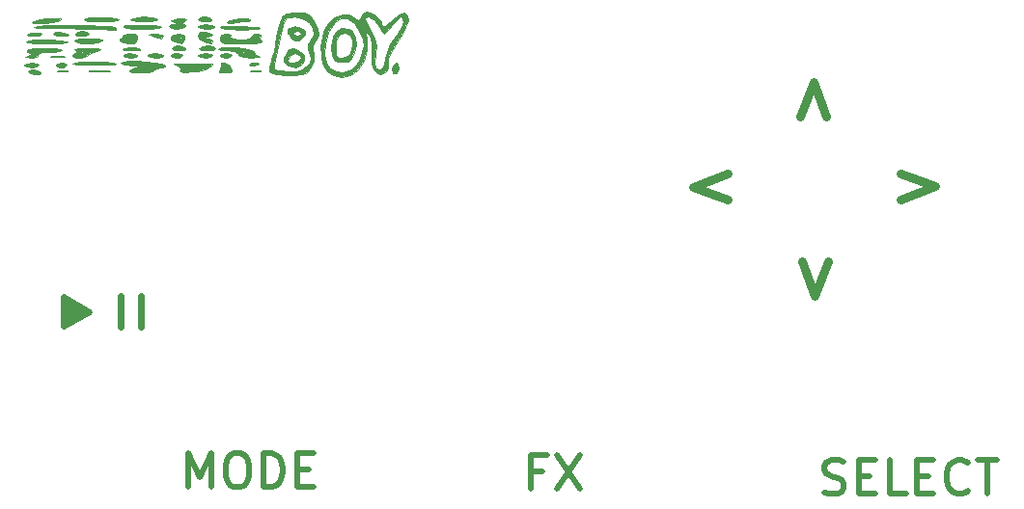
<source format=gbr>
%TF.GenerationSoftware,KiCad,Pcbnew,6.0.7*%
%TF.CreationDate,2022-12-24T13:09:46+13:00*%
%TF.ProjectId,default_panel,64656661-756c-4745-9f70-616e656c2e6b,rev?*%
%TF.SameCoordinates,Original*%
%TF.FileFunction,Legend,Top*%
%TF.FilePolarity,Positive*%
%FSLAX46Y46*%
G04 Gerber Fmt 4.6, Leading zero omitted, Abs format (unit mm)*
G04 Created by KiCad (PCBNEW 6.0.7) date 2022-12-24 13:09:46*
%MOMM*%
%LPD*%
G01*
G04 APERTURE LIST*
%ADD10C,0.600000*%
%ADD11C,0.800000*%
%ADD12C,0.500000*%
%ADD13C,0.010000*%
G04 APERTURE END LIST*
D10*
X94750000Y-126250000D02*
X94750000Y-128950000D01*
X92950000Y-126250000D02*
X92950000Y-128950000D01*
D11*
X161376190Y-115492857D02*
X164423809Y-116635714D01*
X161376190Y-117778571D01*
D12*
X88050000Y-126521428D02*
X88050000Y-128807142D01*
X88192857Y-126664285D02*
X88192857Y-128664285D01*
X88335714Y-126664285D02*
X88335714Y-128664285D01*
X88478571Y-126807142D02*
X88478571Y-128521428D01*
X88621428Y-126807142D02*
X88621428Y-128521428D01*
X88764285Y-126950000D02*
X88764285Y-128378571D01*
X88907142Y-126950000D02*
X88907142Y-128378571D01*
X89050000Y-127092857D02*
X89050000Y-128235714D01*
X89192857Y-127235714D02*
X89192857Y-128092857D01*
X89335714Y-127235714D02*
X89335714Y-128092857D01*
X89478571Y-127378571D02*
X89478571Y-127950000D01*
X89621428Y-127378571D02*
X89621428Y-127950000D01*
X89764285Y-127664285D02*
X89907142Y-127664285D01*
X89764285Y-127521428D02*
X89764285Y-127807142D01*
X87907142Y-126521428D02*
X90050000Y-127664285D01*
X87907142Y-128807142D01*
X90192857Y-127664285D02*
X87907142Y-128950000D01*
X87907142Y-126378571D01*
X90192857Y-127664285D01*
X98871428Y-143057142D02*
X98871428Y-140057142D01*
X99871428Y-142200000D01*
X100871428Y-140057142D01*
X100871428Y-143057142D01*
X102871428Y-140057142D02*
X103442857Y-140057142D01*
X103728571Y-140200000D01*
X104014285Y-140485714D01*
X104157142Y-141057142D01*
X104157142Y-142057142D01*
X104014285Y-142628571D01*
X103728571Y-142914285D01*
X103442857Y-143057142D01*
X102871428Y-143057142D01*
X102585714Y-142914285D01*
X102300000Y-142628571D01*
X102157142Y-142057142D01*
X102157142Y-141057142D01*
X102300000Y-140485714D01*
X102585714Y-140200000D01*
X102871428Y-140057142D01*
X105442857Y-143057142D02*
X105442857Y-140057142D01*
X106157142Y-140057142D01*
X106585714Y-140200000D01*
X106871428Y-140485714D01*
X107014285Y-140771428D01*
X107157142Y-141342857D01*
X107157142Y-141771428D01*
X107014285Y-142342857D01*
X106871428Y-142628571D01*
X106585714Y-142914285D01*
X106157142Y-143057142D01*
X105442857Y-143057142D01*
X108442857Y-141485714D02*
X109442857Y-141485714D01*
X109871428Y-143057142D02*
X108442857Y-143057142D01*
X108442857Y-140057142D01*
X109871428Y-140057142D01*
D11*
X152542857Y-110473809D02*
X153685714Y-107426190D01*
X154828571Y-110473809D01*
D12*
X154671428Y-143514285D02*
X155100000Y-143657142D01*
X155814285Y-143657142D01*
X156100000Y-143514285D01*
X156242857Y-143371428D01*
X156385714Y-143085714D01*
X156385714Y-142800000D01*
X156242857Y-142514285D01*
X156100000Y-142371428D01*
X155814285Y-142228571D01*
X155242857Y-142085714D01*
X154957142Y-141942857D01*
X154814285Y-141800000D01*
X154671428Y-141514285D01*
X154671428Y-141228571D01*
X154814285Y-140942857D01*
X154957142Y-140800000D01*
X155242857Y-140657142D01*
X155957142Y-140657142D01*
X156385714Y-140800000D01*
X157671428Y-142085714D02*
X158671428Y-142085714D01*
X159100000Y-143657142D02*
X157671428Y-143657142D01*
X157671428Y-140657142D01*
X159100000Y-140657142D01*
X161814285Y-143657142D02*
X160385714Y-143657142D01*
X160385714Y-140657142D01*
X162814285Y-142085714D02*
X163814285Y-142085714D01*
X164242857Y-143657142D02*
X162814285Y-143657142D01*
X162814285Y-140657142D01*
X164242857Y-140657142D01*
X167242857Y-143371428D02*
X167100000Y-143514285D01*
X166671428Y-143657142D01*
X166385714Y-143657142D01*
X165957142Y-143514285D01*
X165671428Y-143228571D01*
X165528571Y-142942857D01*
X165385714Y-142371428D01*
X165385714Y-141942857D01*
X165528571Y-141371428D01*
X165671428Y-141085714D01*
X165957142Y-140800000D01*
X166385714Y-140657142D01*
X166671428Y-140657142D01*
X167100000Y-140800000D01*
X167242857Y-140942857D01*
X168100000Y-140657142D02*
X169814285Y-140657142D01*
X168957142Y-143657142D02*
X168957142Y-140657142D01*
X129950000Y-141635714D02*
X128950000Y-141635714D01*
X128950000Y-143207142D02*
X128950000Y-140207142D01*
X130378571Y-140207142D01*
X131235714Y-140207142D02*
X133235714Y-143207142D01*
X133235714Y-140207142D02*
X131235714Y-143207142D01*
D11*
X154957142Y-123226190D02*
X153814285Y-126273809D01*
X152671428Y-123226190D01*
X146223809Y-117807142D02*
X143176190Y-116664285D01*
X146223809Y-115521428D01*
%TO.C,G\u002A\u002A\u002A*%
G36*
X96399663Y-104988580D02*
G01*
X96664167Y-105135000D01*
X96574742Y-105279030D01*
X96143525Y-105345104D01*
X96041659Y-105346666D01*
X95547051Y-105294322D01*
X95296109Y-105165346D01*
X95288334Y-105135000D01*
X95471975Y-104985245D01*
X95910842Y-104923333D01*
X96399663Y-104988580D01*
G37*
D13*
X96399663Y-104988580D02*
X96664167Y-105135000D01*
X96574742Y-105279030D01*
X96143525Y-105345104D01*
X96041659Y-105346666D01*
X95547051Y-105294322D01*
X95296109Y-105165346D01*
X95288334Y-105135000D01*
X95471975Y-104985245D01*
X95910842Y-104923333D01*
X96399663Y-104988580D01*
G36*
X94343008Y-105639078D02*
G01*
X95120565Y-105686909D01*
X95870078Y-105765199D01*
X96479753Y-105866685D01*
X96837798Y-105984100D01*
X96865250Y-106004794D01*
X96850312Y-106143532D01*
X96494833Y-106193333D01*
X96077229Y-106260872D01*
X95923334Y-106405000D01*
X95731588Y-106519141D01*
X95235390Y-106595991D01*
X94716833Y-106616666D01*
X94050913Y-106587361D01*
X93717748Y-106506157D01*
X93711417Y-106422923D01*
X94063437Y-106237489D01*
X94441667Y-106134248D01*
X94574182Y-106075944D01*
X94327144Y-106029488D01*
X93965417Y-106010491D01*
X93365555Y-105949359D01*
X93009278Y-105825706D01*
X92960000Y-105750998D01*
X93150932Y-105663858D01*
X93649199Y-105628972D01*
X94343008Y-105639078D01*
G37*
X94343008Y-105639078D02*
X95120565Y-105686909D01*
X95870078Y-105765199D01*
X96479753Y-105866685D01*
X96837798Y-105984100D01*
X96865250Y-106004794D01*
X96850312Y-106143532D01*
X96494833Y-106193333D01*
X96077229Y-106260872D01*
X95923334Y-106405000D01*
X95731588Y-106519141D01*
X95235390Y-106595991D01*
X94716833Y-106616666D01*
X94050913Y-106587361D01*
X93717748Y-106506157D01*
X93711417Y-106422923D01*
X94063437Y-106237489D01*
X94441667Y-106134248D01*
X94574182Y-106075944D01*
X94327144Y-106029488D01*
X93965417Y-106010491D01*
X93365555Y-105949359D01*
X93009278Y-105825706D01*
X92960000Y-105750998D01*
X93150932Y-105663858D01*
X93649199Y-105628972D01*
X94343008Y-105639078D01*
G36*
X97747514Y-105933076D02*
G01*
X97686218Y-105923212D01*
X97627313Y-105885243D01*
X97933092Y-105852254D01*
X98544904Y-105828294D01*
X99204167Y-105818424D01*
X100050848Y-105823103D01*
X100672571Y-105847549D01*
X100996840Y-105887497D01*
X101003334Y-105924282D01*
X100634447Y-106158052D01*
X100546565Y-106258958D01*
X100273674Y-106392676D01*
X99716755Y-106512327D01*
X99220121Y-106571223D01*
X98547997Y-106611136D01*
X98212549Y-106574977D01*
X98131135Y-106444841D01*
X98158941Y-106341334D01*
X98150778Y-106263888D01*
X98745556Y-106263888D01*
X98774611Y-106389724D01*
X98886667Y-106405000D01*
X99060892Y-106327554D01*
X99027778Y-106263888D01*
X98776579Y-106238556D01*
X98745556Y-106263888D01*
X98150778Y-106263888D01*
X98131069Y-106076908D01*
X97747514Y-105933076D01*
G37*
X97747514Y-105933076D02*
X97686218Y-105923212D01*
X97627313Y-105885243D01*
X97933092Y-105852254D01*
X98544904Y-105828294D01*
X99204167Y-105818424D01*
X100050848Y-105823103D01*
X100672571Y-105847549D01*
X100996840Y-105887497D01*
X101003334Y-105924282D01*
X100634447Y-106158052D01*
X100546565Y-106258958D01*
X100273674Y-106392676D01*
X99716755Y-106512327D01*
X99220121Y-106571223D01*
X98547997Y-106611136D01*
X98212549Y-106574977D01*
X98131135Y-106444841D01*
X98158941Y-106341334D01*
X98150778Y-106263888D01*
X98745556Y-106263888D01*
X98774611Y-106389724D01*
X98886667Y-106405000D01*
X99060892Y-106327554D01*
X99027778Y-106263888D01*
X98776579Y-106238556D01*
X98745556Y-106263888D01*
X98150778Y-106263888D01*
X98131069Y-106076908D01*
X97747514Y-105933076D01*
G36*
X90008967Y-103075658D02*
G01*
X90106675Y-103222738D01*
X90102500Y-103230000D01*
X89810732Y-103393847D01*
X89455008Y-103441666D01*
X89063237Y-103367617D01*
X88938334Y-103230000D01*
X89122546Y-103082493D01*
X89567594Y-103018416D01*
X89585825Y-103018333D01*
X90008967Y-103075658D01*
G37*
X90008967Y-103075658D02*
X90106675Y-103222738D01*
X90102500Y-103230000D01*
X89810732Y-103393847D01*
X89455008Y-103441666D01*
X89063237Y-103367617D01*
X88938334Y-103230000D01*
X89122546Y-103082493D01*
X89567594Y-103018416D01*
X89585825Y-103018333D01*
X90008967Y-103075658D01*
G36*
X102248871Y-104711678D02*
G01*
X102237643Y-104711666D01*
X101740961Y-104677932D01*
X101523459Y-104592699D01*
X101543084Y-104543934D01*
X101875054Y-104442980D01*
X102447928Y-104414239D01*
X103133957Y-104446149D01*
X103805396Y-104527142D01*
X104334498Y-104645653D01*
X104593515Y-104790118D01*
X104601667Y-104820839D01*
X104781554Y-105077953D01*
X105077917Y-105197286D01*
X105161151Y-105251611D01*
X104882217Y-105296888D01*
X104465563Y-105317841D01*
X103741822Y-105294482D01*
X103355514Y-105163648D01*
X103255123Y-105029166D01*
X102978194Y-104817500D01*
X103543334Y-104817500D01*
X103649167Y-104923333D01*
X103755000Y-104817500D01*
X103649167Y-104711666D01*
X103543334Y-104817500D01*
X102978194Y-104817500D01*
X102944217Y-104791531D01*
X102248871Y-104711678D01*
G37*
X102248871Y-104711678D02*
X102237643Y-104711666D01*
X101740961Y-104677932D01*
X101523459Y-104592699D01*
X101543084Y-104543934D01*
X101875054Y-104442980D01*
X102447928Y-104414239D01*
X103133957Y-104446149D01*
X103805396Y-104527142D01*
X104334498Y-104645653D01*
X104593515Y-104790118D01*
X104601667Y-104820839D01*
X104781554Y-105077953D01*
X105077917Y-105197286D01*
X105161151Y-105251611D01*
X104882217Y-105296888D01*
X104465563Y-105317841D01*
X103741822Y-105294482D01*
X103355514Y-105163648D01*
X103255123Y-105029166D01*
X102978194Y-104817500D01*
X103543334Y-104817500D01*
X103649167Y-104923333D01*
X103755000Y-104817500D01*
X103649167Y-104711666D01*
X103543334Y-104817500D01*
X102978194Y-104817500D01*
X102944217Y-104791531D01*
X102248871Y-104711678D01*
G36*
X105186218Y-106471234D02*
G01*
X105235697Y-106528449D01*
X104931732Y-106560553D01*
X104707500Y-106563287D01*
X104297590Y-106542447D01*
X104235400Y-106494640D01*
X104339551Y-106466963D01*
X104891077Y-106432884D01*
X105186218Y-106471234D01*
G37*
X105186218Y-106471234D02*
X105235697Y-106528449D01*
X104931732Y-106560553D01*
X104707500Y-106563287D01*
X104297590Y-106542447D01*
X104235400Y-106494640D01*
X104339551Y-106466963D01*
X104891077Y-106432884D01*
X105186218Y-106471234D01*
G36*
X107371657Y-105073478D02*
G01*
X107703981Y-104611720D01*
X108151309Y-104529214D01*
X108637249Y-104719113D01*
X108986889Y-105105698D01*
X108999496Y-105606673D01*
X108792667Y-105939333D01*
X108285322Y-106178166D01*
X107684534Y-106045247D01*
X107483971Y-105920144D01*
X107241451Y-105663733D01*
X107248328Y-105566904D01*
X107581922Y-105566904D01*
X107755726Y-105736073D01*
X108147084Y-105731142D01*
X108592075Y-105577834D01*
X108729167Y-105349565D01*
X108563761Y-105060300D01*
X108200947Y-104953997D01*
X107840831Y-105068035D01*
X107752355Y-105167090D01*
X107581922Y-105566904D01*
X107248328Y-105566904D01*
X107265023Y-105331865D01*
X107371657Y-105073478D01*
G37*
X107371657Y-105073478D02*
X107703981Y-104611720D01*
X108151309Y-104529214D01*
X108637249Y-104719113D01*
X108986889Y-105105698D01*
X108999496Y-105606673D01*
X108792667Y-105939333D01*
X108285322Y-106178166D01*
X107684534Y-106045247D01*
X107483971Y-105920144D01*
X107241451Y-105663733D01*
X107248328Y-105566904D01*
X107581922Y-105566904D01*
X107755726Y-105736073D01*
X108147084Y-105731142D01*
X108592075Y-105577834D01*
X108729167Y-105349565D01*
X108563761Y-105060300D01*
X108200947Y-104953997D01*
X107840831Y-105068035D01*
X107752355Y-105167090D01*
X107581922Y-105566904D01*
X107248328Y-105566904D01*
X107265023Y-105331865D01*
X107371657Y-105073478D01*
G36*
X87048044Y-104522159D02*
G01*
X87575315Y-104580875D01*
X87793385Y-104664508D01*
X87790573Y-104685121D01*
X87528495Y-104784937D01*
X86999544Y-104822040D01*
X86719747Y-104813601D01*
X86089901Y-104815609D01*
X85801764Y-104930992D01*
X85763334Y-105051813D01*
X85571044Y-105274783D01*
X85075417Y-105325567D01*
X84634752Y-105303164D01*
X84588239Y-105252357D01*
X84906749Y-105138178D01*
X84916667Y-105135000D01*
X85217756Y-105006135D01*
X85101154Y-104946161D01*
X85075417Y-104944432D01*
X84760758Y-104826179D01*
X84705000Y-104711666D01*
X84902113Y-104605234D01*
X85436258Y-104530976D01*
X86221649Y-104500243D01*
X86304992Y-104500000D01*
X87048044Y-104522159D01*
G37*
X87048044Y-104522159D02*
X87575315Y-104580875D01*
X87793385Y-104664508D01*
X87790573Y-104685121D01*
X87528495Y-104784937D01*
X86999544Y-104822040D01*
X86719747Y-104813601D01*
X86089901Y-104815609D01*
X85801764Y-104930992D01*
X85763334Y-105051813D01*
X85571044Y-105274783D01*
X85075417Y-105325567D01*
X84634752Y-105303164D01*
X84588239Y-105252357D01*
X84906749Y-105138178D01*
X84916667Y-105135000D01*
X85217756Y-105006135D01*
X85101154Y-104946161D01*
X85075417Y-104944432D01*
X84760758Y-104826179D01*
X84705000Y-104711666D01*
X84902113Y-104605234D01*
X85436258Y-104530976D01*
X86221649Y-104500243D01*
X86304992Y-104500000D01*
X87048044Y-104522159D01*
G36*
X86891676Y-103752351D02*
G01*
X87586641Y-103802134D01*
X88081619Y-103878073D01*
X88240721Y-103943498D01*
X88105033Y-104001094D01*
X87631041Y-104046151D01*
X86903726Y-104072450D01*
X86421119Y-104076666D01*
X85451242Y-104055650D01*
X84831180Y-103995047D01*
X84592834Y-103898526D01*
X84597935Y-103866992D01*
X84849851Y-103786045D01*
X85398980Y-103741696D01*
X86121022Y-103731335D01*
X86891676Y-103752351D01*
G37*
X86891676Y-103752351D02*
X87586641Y-103802134D01*
X88081619Y-103878073D01*
X88240721Y-103943498D01*
X88105033Y-104001094D01*
X87631041Y-104046151D01*
X86903726Y-104072450D01*
X86421119Y-104076666D01*
X85451242Y-104055650D01*
X84831180Y-103995047D01*
X84592834Y-103898526D01*
X84597935Y-103866992D01*
X84849851Y-103786045D01*
X85398980Y-103741696D01*
X86121022Y-103731335D01*
X86891676Y-103752351D01*
G36*
X117266534Y-105935940D02*
G01*
X117290837Y-106292666D01*
X117187354Y-106628532D01*
X117104626Y-106713460D01*
X116831129Y-106691733D01*
X116786439Y-106639220D01*
X116747837Y-106297744D01*
X116888245Y-105932120D01*
X117112646Y-105770000D01*
X117266534Y-105935940D01*
G37*
X117266534Y-105935940D02*
X117290837Y-106292666D01*
X117187354Y-106628532D01*
X117104626Y-106713460D01*
X116831129Y-106691733D01*
X116786439Y-106639220D01*
X116747837Y-106297744D01*
X116888245Y-105932120D01*
X117112646Y-105770000D01*
X117266534Y-105935940D01*
G36*
X100721438Y-103167338D02*
G01*
X100951900Y-103289048D01*
X100818614Y-103391349D01*
X100580000Y-103463739D01*
X100225522Y-103572248D01*
X100266872Y-103616365D01*
X100527084Y-103632234D01*
X100899245Y-103728693D01*
X101003334Y-103865000D01*
X100884448Y-104048278D01*
X100844584Y-104047841D01*
X100527849Y-103988233D01*
X100209584Y-103927286D01*
X99812134Y-103692418D01*
X99733334Y-103426945D01*
X99880703Y-103085172D01*
X100322745Y-103047270D01*
X100721438Y-103167338D01*
G37*
X100721438Y-103167338D02*
X100951900Y-103289048D01*
X100818614Y-103391349D01*
X100580000Y-103463739D01*
X100225522Y-103572248D01*
X100266872Y-103616365D01*
X100527084Y-103632234D01*
X100899245Y-103728693D01*
X101003334Y-103865000D01*
X100884448Y-104048278D01*
X100844584Y-104047841D01*
X100527849Y-103988233D01*
X100209584Y-103927286D01*
X99812134Y-103692418D01*
X99733334Y-103426945D01*
X99880703Y-103085172D01*
X100322745Y-103047270D01*
X100721438Y-103167338D01*
G36*
X96501677Y-103285190D02*
G01*
X96677784Y-103404375D01*
X96664167Y-103441666D01*
X96513195Y-103624886D01*
X96492925Y-103628290D01*
X96282980Y-103564559D01*
X95832196Y-103445409D01*
X95817500Y-103441666D01*
X95428763Y-103336137D01*
X95401482Y-103285888D01*
X95761847Y-103262374D01*
X95988742Y-103255043D01*
X96501677Y-103285190D01*
G37*
X96501677Y-103285190D02*
X96677784Y-103404375D01*
X96664167Y-103441666D01*
X96513195Y-103624886D01*
X96492925Y-103628290D01*
X96282980Y-103564559D01*
X95832196Y-103445409D01*
X95817500Y-103441666D01*
X95428763Y-103336137D01*
X95401482Y-103285888D01*
X95761847Y-103262374D01*
X95988742Y-103255043D01*
X96501677Y-103285190D01*
G36*
X85574188Y-105831310D02*
G01*
X85763285Y-105979033D01*
X85763334Y-105981666D01*
X85579402Y-106130284D01*
X85136234Y-106193317D01*
X85128334Y-106193333D01*
X84682479Y-106132022D01*
X84493382Y-105984300D01*
X84493334Y-105981666D01*
X84677265Y-105833048D01*
X85120433Y-105770016D01*
X85128334Y-105770000D01*
X85574188Y-105831310D01*
G37*
X85574188Y-105831310D02*
X85763285Y-105979033D01*
X85763334Y-105981666D01*
X85579402Y-106130284D01*
X85136234Y-106193317D01*
X85128334Y-106193333D01*
X84682479Y-106132022D01*
X84493382Y-105984300D01*
X84493334Y-105981666D01*
X84677265Y-105833048D01*
X85120433Y-105770016D01*
X85128334Y-105770000D01*
X85574188Y-105831310D01*
G36*
X98369857Y-104366377D02*
G01*
X98569167Y-104500000D01*
X98486455Y-104649907D01*
X98074643Y-104711564D01*
X98052492Y-104711666D01*
X97601267Y-104651447D01*
X97405255Y-104505960D01*
X97405000Y-104500000D01*
X97585752Y-104339502D01*
X97921675Y-104288333D01*
X98369857Y-104366377D01*
G37*
X98369857Y-104366377D02*
X98569167Y-104500000D01*
X98486455Y-104649907D01*
X98074643Y-104711564D01*
X98052492Y-104711666D01*
X97601267Y-104651447D01*
X97405255Y-104505960D01*
X97405000Y-104500000D01*
X97585752Y-104339502D01*
X97921675Y-104288333D01*
X98369857Y-104366377D01*
G36*
X94217699Y-103265814D02*
G01*
X94388329Y-103401995D01*
X94358479Y-103564811D01*
X94246409Y-103902231D01*
X94230000Y-103988145D01*
X94054723Y-104074035D01*
X93651007Y-104077399D01*
X93202029Y-104014630D01*
X92890962Y-103902124D01*
X92854167Y-103865000D01*
X92877972Y-103670266D01*
X92960000Y-103653333D01*
X93098031Y-103524395D01*
X93065834Y-103441666D01*
X93156576Y-103298779D01*
X93591459Y-103232020D01*
X93710988Y-103230000D01*
X94217699Y-103265814D01*
G37*
X94217699Y-103265814D02*
X94388329Y-103401995D01*
X94358479Y-103564811D01*
X94246409Y-103902231D01*
X94230000Y-103988145D01*
X94054723Y-104074035D01*
X93651007Y-104077399D01*
X93202029Y-104014630D01*
X92890962Y-103902124D01*
X92854167Y-103865000D01*
X92877972Y-103670266D01*
X92960000Y-103653333D01*
X93098031Y-103524395D01*
X93065834Y-103441666D01*
X93156576Y-103298779D01*
X93591459Y-103232020D01*
X93710988Y-103230000D01*
X94217699Y-103265814D01*
G36*
X104946222Y-105804143D02*
G01*
X105025000Y-105851146D01*
X104850475Y-105962333D01*
X104601667Y-106042996D01*
X104264147Y-106054867D01*
X104178334Y-105961850D01*
X104355790Y-105805918D01*
X104601667Y-105770000D01*
X104946222Y-105804143D01*
G37*
X104946222Y-105804143D02*
X105025000Y-105851146D01*
X104850475Y-105962333D01*
X104601667Y-106042996D01*
X104264147Y-106054867D01*
X104178334Y-105961850D01*
X104355790Y-105805918D01*
X104601667Y-105770000D01*
X104946222Y-105804143D01*
G36*
X94136524Y-105001377D02*
G01*
X94335834Y-105135000D01*
X94253122Y-105284907D01*
X93841310Y-105346564D01*
X93819159Y-105346666D01*
X93367934Y-105286447D01*
X93171922Y-105140960D01*
X93171667Y-105135000D01*
X93352418Y-104974502D01*
X93688342Y-104923333D01*
X94136524Y-105001377D01*
G37*
X94136524Y-105001377D02*
X94335834Y-105135000D01*
X94253122Y-105284907D01*
X93841310Y-105346564D01*
X93819159Y-105346666D01*
X93367934Y-105286447D01*
X93171922Y-105140960D01*
X93171667Y-105135000D01*
X93352418Y-104974502D01*
X93688342Y-104923333D01*
X94136524Y-105001377D01*
G36*
X91919807Y-101804727D02*
G01*
X92481024Y-101866382D01*
X92741396Y-101956086D01*
X92748334Y-101974502D01*
X92558735Y-102074883D01*
X92075142Y-102138983D01*
X91425358Y-102166539D01*
X90737187Y-102157294D01*
X90138432Y-102110985D01*
X89756896Y-102027353D01*
X89691977Y-101980727D01*
X89826599Y-101887872D01*
X90296150Y-101818666D01*
X91012392Y-101784951D01*
X91161152Y-101783563D01*
X91919807Y-101804727D01*
G37*
X91919807Y-101804727D02*
X92481024Y-101866382D01*
X92741396Y-101956086D01*
X92748334Y-101974502D01*
X92558735Y-102074883D01*
X92075142Y-102138983D01*
X91425358Y-102166539D01*
X90737187Y-102157294D01*
X90138432Y-102110985D01*
X89756896Y-102027353D01*
X89691977Y-101980727D01*
X89826599Y-101887872D01*
X90296150Y-101818666D01*
X91012392Y-101784951D01*
X91161152Y-101783563D01*
X91919807Y-101804727D01*
G36*
X105178581Y-103289785D02*
G01*
X105167948Y-103369274D01*
X105162012Y-103623788D01*
X105264421Y-103792608D01*
X105309786Y-103928180D01*
X105132920Y-104013766D01*
X104672662Y-104059614D01*
X103867848Y-104075974D01*
X103569251Y-104076666D01*
X102656869Y-104069770D01*
X102087688Y-104037379D01*
X101781649Y-103961943D01*
X101658696Y-103825908D01*
X101638334Y-103653333D01*
X101747998Y-103333930D01*
X102144306Y-103233935D01*
X102220417Y-103233241D01*
X102585420Y-103275484D01*
X102543869Y-103399821D01*
X102521225Y-103414799D01*
X102496053Y-103555590D01*
X102893454Y-103678363D01*
X103156225Y-103720445D01*
X103833218Y-103759676D01*
X104220813Y-103628251D01*
X104307502Y-103538887D01*
X104706340Y-103270166D01*
X104924863Y-103230000D01*
X105178581Y-103289785D01*
G37*
X105178581Y-103289785D02*
X105167948Y-103369274D01*
X105162012Y-103623788D01*
X105264421Y-103792608D01*
X105309786Y-103928180D01*
X105132920Y-104013766D01*
X104672662Y-104059614D01*
X103867848Y-104075974D01*
X103569251Y-104076666D01*
X102656869Y-104069770D01*
X102087688Y-104037379D01*
X101781649Y-103961943D01*
X101658696Y-103825908D01*
X101638334Y-103653333D01*
X101747998Y-103333930D01*
X102144306Y-103233935D01*
X102220417Y-103233241D01*
X102585420Y-103275484D01*
X102543869Y-103399821D01*
X102521225Y-103414799D01*
X102496053Y-103555590D01*
X102893454Y-103678363D01*
X103156225Y-103720445D01*
X103833218Y-103759676D01*
X104220813Y-103628251D01*
X104307502Y-103538887D01*
X104706340Y-103270166D01*
X104924863Y-103230000D01*
X105178581Y-103289785D01*
G36*
X101032917Y-104350775D02*
G01*
X101215000Y-104500000D01*
X101028707Y-104638973D01*
X100569679Y-104709481D01*
X100461675Y-104711666D01*
X99980054Y-104661529D01*
X99826868Y-104528893D01*
X99839167Y-104500000D01*
X100125307Y-104347501D01*
X100592492Y-104288333D01*
X101032917Y-104350775D01*
G37*
X101032917Y-104350775D02*
X101215000Y-104500000D01*
X101028707Y-104638973D01*
X100569679Y-104709481D01*
X100461675Y-104711666D01*
X99980054Y-104661529D01*
X99826868Y-104528893D01*
X99839167Y-104500000D01*
X100125307Y-104347501D01*
X100592492Y-104288333D01*
X101032917Y-104350775D01*
G36*
X90873162Y-105701644D02*
G01*
X91598682Y-105728347D01*
X92168414Y-105776027D01*
X92466689Y-105843768D01*
X92478178Y-105852621D01*
X92340858Y-105908606D01*
X91865707Y-105952337D01*
X91138183Y-105977726D01*
X90666945Y-105981666D01*
X89819565Y-105965627D01*
X89159810Y-105922613D01*
X88781257Y-105860280D01*
X88726605Y-105822916D01*
X88918577Y-105756553D01*
X89417440Y-105714831D01*
X90107525Y-105696833D01*
X90873162Y-105701644D01*
G37*
X90873162Y-105701644D02*
X91598682Y-105728347D01*
X92168414Y-105776027D01*
X92466689Y-105843768D01*
X92478178Y-105852621D01*
X92340858Y-105908606D01*
X91865707Y-105952337D01*
X91138183Y-105977726D01*
X90666945Y-105981666D01*
X89819565Y-105965627D01*
X89159810Y-105922613D01*
X88781257Y-105860280D01*
X88726605Y-105822916D01*
X88918577Y-105756553D01*
X89417440Y-105714831D01*
X90107525Y-105696833D01*
X90873162Y-105701644D01*
G36*
X102565288Y-104995789D02*
G01*
X102696667Y-105135000D01*
X102515527Y-105294114D01*
X102167500Y-105346666D01*
X101769713Y-105274210D01*
X101638334Y-105135000D01*
X101819474Y-104975885D01*
X102167500Y-104923333D01*
X102565288Y-104995789D01*
G37*
X102565288Y-104995789D02*
X102696667Y-105135000D01*
X102515527Y-105294114D01*
X102167500Y-105346666D01*
X101769713Y-105274210D01*
X101638334Y-105135000D01*
X101819474Y-104975885D01*
X102167500Y-104923333D01*
X102565288Y-104995789D01*
G36*
X98680520Y-101930746D02*
G01*
X98545222Y-102120251D01*
X98457204Y-102179934D01*
X98277010Y-102341317D01*
X98422909Y-102380092D01*
X98598274Y-102501124D01*
X98569167Y-102595000D01*
X98283026Y-102747498D01*
X97815842Y-102806666D01*
X97375417Y-102744224D01*
X97193334Y-102595000D01*
X97373270Y-102421623D01*
X97669584Y-102362234D01*
X97982830Y-102337357D01*
X97911116Y-102277293D01*
X97616667Y-102188054D01*
X97299969Y-102081991D01*
X97328933Y-102011067D01*
X97737894Y-101931271D01*
X97828334Y-101916741D01*
X98434024Y-101859756D01*
X98680520Y-101930746D01*
G37*
X98680520Y-101930746D02*
X98545222Y-102120251D01*
X98457204Y-102179934D01*
X98277010Y-102341317D01*
X98422909Y-102380092D01*
X98598274Y-102501124D01*
X98569167Y-102595000D01*
X98283026Y-102747498D01*
X97815842Y-102806666D01*
X97375417Y-102744224D01*
X97193334Y-102595000D01*
X97373270Y-102421623D01*
X97669584Y-102362234D01*
X97982830Y-102337357D01*
X97911116Y-102277293D01*
X97616667Y-102188054D01*
X97299969Y-102081991D01*
X97328933Y-102011067D01*
X97737894Y-101931271D01*
X97828334Y-101916741D01*
X98434024Y-101859756D01*
X98680520Y-101930746D01*
G36*
X95608371Y-101783129D02*
G01*
X96031225Y-101872889D01*
X96135000Y-101960000D01*
X95943620Y-102075915D01*
X95449939Y-102152798D01*
X94970834Y-102171666D01*
X94333296Y-102136870D01*
X93910442Y-102047110D01*
X93806667Y-101960000D01*
X93998047Y-101844084D01*
X94491728Y-101767201D01*
X94970834Y-101748333D01*
X95608371Y-101783129D01*
G37*
X95608371Y-101783129D02*
X96031225Y-101872889D01*
X96135000Y-101960000D01*
X95943620Y-102075915D01*
X95449939Y-102152798D01*
X94970834Y-102171666D01*
X94333296Y-102136870D01*
X93910442Y-102047110D01*
X93806667Y-101960000D01*
X93998047Y-101844084D01*
X94491728Y-101767201D01*
X94970834Y-101748333D01*
X95608371Y-101783129D01*
G36*
X103977538Y-101898682D02*
G01*
X104273584Y-101991648D01*
X104229556Y-102108912D01*
X103848342Y-102168826D01*
X103708812Y-102171666D01*
X103098521Y-102206113D01*
X102636790Y-102290057D01*
X102608145Y-102300145D01*
X102325336Y-102309758D01*
X102273334Y-102216545D01*
X102458562Y-102065238D01*
X102909293Y-101950025D01*
X103468095Y-101888606D01*
X103977538Y-101898682D01*
G37*
X103977538Y-101898682D02*
X104273584Y-101991648D01*
X104229556Y-102108912D01*
X103848342Y-102168826D01*
X103708812Y-102171666D01*
X103098521Y-102206113D01*
X102636790Y-102290057D01*
X102608145Y-102300145D01*
X102325336Y-102309758D01*
X102273334Y-102216545D01*
X102458562Y-102065238D01*
X102909293Y-101950025D01*
X103468095Y-101888606D01*
X103977538Y-101898682D01*
G36*
X87935827Y-105197667D02*
G01*
X88021000Y-105247243D01*
X87743676Y-105279196D01*
X87350834Y-105286127D01*
X86870577Y-105270287D01*
X86730105Y-105232358D01*
X86877494Y-105194778D01*
X87503475Y-105159958D01*
X87935827Y-105197667D01*
G37*
X87935827Y-105197667D02*
X88021000Y-105247243D01*
X87743676Y-105279196D01*
X87350834Y-105286127D01*
X86870577Y-105270287D01*
X86730105Y-105232358D01*
X86877494Y-105194778D01*
X87503475Y-105159958D01*
X87935827Y-105197667D01*
G36*
X111527995Y-103581755D02*
G01*
X111561198Y-103455197D01*
X111863502Y-103005411D01*
X112361655Y-102757857D01*
X112888826Y-102767097D01*
X113162815Y-102931386D01*
X113542430Y-103521479D01*
X113587616Y-104249027D01*
X113443307Y-104839831D01*
X113209246Y-105392371D01*
X112906561Y-105650030D01*
X112538125Y-105726625D01*
X111996421Y-105689868D01*
X111638542Y-105525541D01*
X111446954Y-105084590D01*
X111409022Y-104401613D01*
X111798334Y-104401613D01*
X111820981Y-104986746D01*
X111930734Y-105262857D01*
X112190312Y-105343555D01*
X112320053Y-105346666D01*
X112827947Y-105185556D01*
X113060886Y-104937248D01*
X113273967Y-104286218D01*
X113241116Y-103705232D01*
X113006551Y-103286105D01*
X112614489Y-103120651D01*
X112235197Y-103222758D01*
X111944551Y-103485504D01*
X111817052Y-103946331D01*
X111798334Y-104401613D01*
X111409022Y-104401613D01*
X111408333Y-104389217D01*
X111527995Y-103581755D01*
G37*
X111527995Y-103581755D02*
X111561198Y-103455197D01*
X111863502Y-103005411D01*
X112361655Y-102757857D01*
X112888826Y-102767097D01*
X113162815Y-102931386D01*
X113542430Y-103521479D01*
X113587616Y-104249027D01*
X113443307Y-104839831D01*
X113209246Y-105392371D01*
X112906561Y-105650030D01*
X112538125Y-105726625D01*
X111996421Y-105689868D01*
X111638542Y-105525541D01*
X111446954Y-105084590D01*
X111409022Y-104401613D01*
X111798334Y-104401613D01*
X111820981Y-104986746D01*
X111930734Y-105262857D01*
X112190312Y-105343555D01*
X112320053Y-105346666D01*
X112827947Y-105185556D01*
X113060886Y-104937248D01*
X113273967Y-104286218D01*
X113241116Y-103705232D01*
X113006551Y-103286105D01*
X112614489Y-103120651D01*
X112235197Y-103222758D01*
X111944551Y-103485504D01*
X111817052Y-103946331D01*
X111798334Y-104401613D01*
X111409022Y-104401613D01*
X111408333Y-104389217D01*
X111527995Y-103581755D01*
G36*
X88252885Y-106471234D02*
G01*
X88302364Y-106528449D01*
X87998398Y-106560553D01*
X87774167Y-106563287D01*
X87364257Y-106542447D01*
X87302067Y-106494640D01*
X87406218Y-106466963D01*
X87957743Y-106432884D01*
X88252885Y-106471234D01*
G37*
X88252885Y-106471234D02*
X88302364Y-106528449D01*
X87998398Y-106560553D01*
X87774167Y-106563287D01*
X87364257Y-106542447D01*
X87302067Y-106494640D01*
X87406218Y-106466963D01*
X87957743Y-106432884D01*
X88252885Y-106471234D01*
G36*
X85851341Y-103128432D02*
G01*
X85975000Y-103225860D01*
X85790313Y-103374240D01*
X85342009Y-103441334D01*
X85304722Y-103441666D01*
X84880964Y-103410972D01*
X84742317Y-103336114D01*
X84749585Y-103326525D01*
X85054014Y-103179846D01*
X85483741Y-103108683D01*
X85851341Y-103128432D01*
G37*
X85851341Y-103128432D02*
X85975000Y-103225860D01*
X85790313Y-103374240D01*
X85342009Y-103441334D01*
X85304722Y-103441666D01*
X84880964Y-103410972D01*
X84742317Y-103336114D01*
X84749585Y-103326525D01*
X85054014Y-103179846D01*
X85483741Y-103108683D01*
X85851341Y-103128432D01*
G36*
X98258592Y-104979696D02*
G01*
X98363116Y-105124925D01*
X98357500Y-105135000D01*
X98058073Y-105314663D01*
X97828334Y-105346666D01*
X97428347Y-105246564D01*
X97299167Y-105135000D01*
X97382722Y-104985837D01*
X97797042Y-104923529D01*
X97828334Y-104923333D01*
X98258592Y-104979696D01*
G37*
X98258592Y-104979696D02*
X98363116Y-105124925D01*
X98357500Y-105135000D01*
X98058073Y-105314663D01*
X97828334Y-105346666D01*
X97428347Y-105246564D01*
X97299167Y-105135000D01*
X97382722Y-104985837D01*
X97797042Y-104923529D01*
X97828334Y-104923333D01*
X98258592Y-104979696D01*
G36*
X89205589Y-102451516D02*
G01*
X90252368Y-102477916D01*
X91192893Y-102520546D01*
X91936793Y-102577519D01*
X92393699Y-102646948D01*
X92486899Y-102686343D01*
X92509488Y-102903628D01*
X92501389Y-102912500D01*
X92285147Y-102907184D01*
X92274658Y-102897436D01*
X92033868Y-102857665D01*
X91439720Y-102821566D01*
X90562189Y-102791598D01*
X89471248Y-102770222D01*
X88376464Y-102760411D01*
X87060128Y-102751288D01*
X86135948Y-102735220D01*
X85572769Y-102709650D01*
X85339436Y-102672021D01*
X85404795Y-102619775D01*
X85737690Y-102550357D01*
X85763334Y-102545958D01*
X86331428Y-102488567D01*
X87154749Y-102454955D01*
X88142926Y-102443234D01*
X89205589Y-102451516D01*
G37*
X89205589Y-102451516D02*
X90252368Y-102477916D01*
X91192893Y-102520546D01*
X91936793Y-102577519D01*
X92393699Y-102646948D01*
X92486899Y-102686343D01*
X92509488Y-102903628D01*
X92501389Y-102912500D01*
X92285147Y-102907184D01*
X92274658Y-102897436D01*
X92033868Y-102857665D01*
X91439720Y-102821566D01*
X90562189Y-102791598D01*
X89471248Y-102770222D01*
X88376464Y-102760411D01*
X87060128Y-102751288D01*
X86135948Y-102735220D01*
X85572769Y-102709650D01*
X85339436Y-102672021D01*
X85404795Y-102619775D01*
X85737690Y-102550357D01*
X85763334Y-102545958D01*
X86331428Y-102488567D01*
X87154749Y-102454955D01*
X88142926Y-102443234D01*
X89205589Y-102451516D01*
G36*
X87639198Y-103062306D02*
G01*
X88197500Y-103230000D01*
X88396221Y-103348215D01*
X88245140Y-103407367D01*
X87827084Y-103426789D01*
X87317056Y-103386549D01*
X87046490Y-103268120D01*
X87033334Y-103230000D01*
X87205979Y-103061095D01*
X87639198Y-103062306D01*
G37*
X87639198Y-103062306D02*
X88197500Y-103230000D01*
X88396221Y-103348215D01*
X88245140Y-103407367D01*
X87827084Y-103426789D01*
X87317056Y-103386549D01*
X87046490Y-103268120D01*
X87033334Y-103230000D01*
X87205979Y-103061095D01*
X87639198Y-103062306D01*
G36*
X97620266Y-103304962D02*
G01*
X98042830Y-103230000D01*
X98458330Y-103282654D01*
X98554873Y-103497638D01*
X98524664Y-103653333D01*
X98380696Y-103982455D01*
X98279897Y-104047841D01*
X97984571Y-103988259D01*
X97681287Y-103928820D01*
X97348033Y-103757814D01*
X97346011Y-103547500D01*
X98040000Y-103547500D01*
X98145834Y-103653333D01*
X98251667Y-103547500D01*
X98145834Y-103441666D01*
X98040000Y-103547500D01*
X97346011Y-103547500D01*
X97345699Y-103515057D01*
X97620266Y-103304962D01*
G37*
X97620266Y-103304962D02*
X98042830Y-103230000D01*
X98458330Y-103282654D01*
X98554873Y-103497638D01*
X98524664Y-103653333D01*
X98380696Y-103982455D01*
X98279897Y-104047841D01*
X97984571Y-103988259D01*
X97681287Y-103928820D01*
X97348033Y-103757814D01*
X97346011Y-103547500D01*
X98040000Y-103547500D01*
X98145834Y-103653333D01*
X98251667Y-103547500D01*
X98145834Y-103441666D01*
X98040000Y-103547500D01*
X97346011Y-103547500D01*
X97345699Y-103515057D01*
X97620266Y-103304962D01*
G36*
X91848750Y-106462474D02*
G01*
X92034920Y-106500333D01*
X91841950Y-106529145D01*
X91314013Y-106544287D01*
X91055000Y-106545503D01*
X90419012Y-106536310D01*
X90102347Y-106511811D01*
X90149176Y-106476628D01*
X90261250Y-106462474D01*
X91056044Y-106428224D01*
X91848750Y-106462474D01*
G37*
X91848750Y-106462474D02*
X92034920Y-106500333D01*
X91841950Y-106529145D01*
X91314013Y-106544287D01*
X91055000Y-106545503D01*
X90419012Y-106536310D01*
X90102347Y-106511811D01*
X90149176Y-106476628D01*
X90261250Y-106462474D01*
X91056044Y-106428224D01*
X91848750Y-106462474D01*
G36*
X85661909Y-106480744D02*
G01*
X85868296Y-106615257D01*
X85794853Y-106756906D01*
X85440549Y-106779358D01*
X84987988Y-106688968D01*
X84781437Y-106569101D01*
X84880922Y-106447547D01*
X85209183Y-106405000D01*
X85661909Y-106480744D01*
G37*
X85661909Y-106480744D02*
X85868296Y-106615257D01*
X85794853Y-106756906D01*
X85440549Y-106779358D01*
X84987988Y-106688968D01*
X84781437Y-106569101D01*
X84880922Y-106447547D01*
X85209183Y-106405000D01*
X85661909Y-106480744D01*
G36*
X100814188Y-104984643D02*
G01*
X101003285Y-105132366D01*
X101003334Y-105135000D01*
X100819402Y-105283618D01*
X100376234Y-105346650D01*
X100368334Y-105346666D01*
X99922479Y-105285356D01*
X99733382Y-105137633D01*
X99733334Y-105135000D01*
X99917265Y-104986381D01*
X100360433Y-104923349D01*
X100368334Y-104923333D01*
X100814188Y-104984643D01*
G37*
X100814188Y-104984643D02*
X101003285Y-105132366D01*
X101003334Y-105135000D01*
X100819402Y-105283618D01*
X100376234Y-105346650D01*
X100368334Y-105346666D01*
X99922479Y-105285356D01*
X99733382Y-105137633D01*
X99733334Y-105135000D01*
X99917265Y-104986381D01*
X100360433Y-104923349D01*
X100368334Y-104923333D01*
X100814188Y-104984643D01*
G36*
X102437431Y-105952735D02*
G01*
X102682814Y-106387827D01*
X102696667Y-106528145D01*
X102511804Y-106589395D01*
X102064060Y-106616585D01*
X102035749Y-106616666D01*
X101605069Y-106582709D01*
X101530322Y-106452337D01*
X101610580Y-106332608D01*
X101744853Y-106023963D01*
X101707053Y-105909274D01*
X101765094Y-105799707D01*
X102003743Y-105770000D01*
X102437431Y-105952735D01*
G37*
X102437431Y-105952735D02*
X102682814Y-106387827D01*
X102696667Y-106528145D01*
X102511804Y-106589395D01*
X102064060Y-106616585D01*
X102035749Y-106616666D01*
X101605069Y-106582709D01*
X101530322Y-106452337D01*
X101610580Y-106332608D01*
X101744853Y-106023963D01*
X101707053Y-105909274D01*
X101765094Y-105799707D01*
X102003743Y-105770000D01*
X102437431Y-105952735D01*
G36*
X88908579Y-104599809D02*
G01*
X89259419Y-104538264D01*
X90010174Y-104523932D01*
X90102500Y-104524907D01*
X90832465Y-104540839D01*
X91175979Y-104571666D01*
X91169890Y-104626832D01*
X90851044Y-104715783D01*
X90849025Y-104716258D01*
X90339964Y-104889886D01*
X90051656Y-105089885D01*
X90037636Y-105117925D01*
X89811330Y-105276590D01*
X89394015Y-105340801D01*
X88973013Y-105308119D01*
X88735651Y-105176103D01*
X88726667Y-105135000D01*
X88894096Y-104936148D01*
X88991250Y-104920092D01*
X89101437Y-104846915D01*
X89023421Y-104782222D01*
X89432222Y-104782222D01*
X89461278Y-104908057D01*
X89573334Y-104923333D01*
X89747559Y-104845887D01*
X89714445Y-104782222D01*
X89463246Y-104756889D01*
X89432222Y-104782222D01*
X89023421Y-104782222D01*
X88938334Y-104711666D01*
X88908579Y-104599809D01*
G37*
X88908579Y-104599809D02*
X89259419Y-104538264D01*
X90010174Y-104523932D01*
X90102500Y-104524907D01*
X90832465Y-104540839D01*
X91175979Y-104571666D01*
X91169890Y-104626832D01*
X90851044Y-104715783D01*
X90849025Y-104716258D01*
X90339964Y-104889886D01*
X90051656Y-105089885D01*
X90037636Y-105117925D01*
X89811330Y-105276590D01*
X89394015Y-105340801D01*
X88973013Y-105308119D01*
X88735651Y-105176103D01*
X88726667Y-105135000D01*
X88894096Y-104936148D01*
X88991250Y-104920092D01*
X89101437Y-104846915D01*
X89023421Y-104782222D01*
X89432222Y-104782222D01*
X89461278Y-104908057D01*
X89573334Y-104923333D01*
X89747559Y-104845887D01*
X89714445Y-104782222D01*
X89463246Y-104756889D01*
X89432222Y-104782222D01*
X89023421Y-104782222D01*
X88938334Y-104711666D01*
X88908579Y-104599809D01*
G36*
X100844663Y-102448580D02*
G01*
X101109167Y-102595000D01*
X101019742Y-102739030D01*
X100588525Y-102805104D01*
X100486659Y-102806666D01*
X99992051Y-102754322D01*
X99741109Y-102625346D01*
X99733334Y-102595000D01*
X99916975Y-102445245D01*
X100355842Y-102383333D01*
X100844663Y-102448580D01*
G37*
X100844663Y-102448580D02*
X101109167Y-102595000D01*
X101019742Y-102739030D01*
X100588525Y-102805104D01*
X100486659Y-102806666D01*
X99992051Y-102754322D01*
X99741109Y-102625346D01*
X99733334Y-102595000D01*
X99916975Y-102445245D01*
X100355842Y-102383333D01*
X100844663Y-102448580D01*
G36*
X90914882Y-103678410D02*
G01*
X91287937Y-103742324D01*
X91284824Y-103852535D01*
X91266667Y-103865000D01*
X90859567Y-103996562D01*
X90254439Y-104060876D01*
X89608714Y-104057941D01*
X89079824Y-103987758D01*
X88832500Y-103865000D01*
X88949894Y-103746176D01*
X89450713Y-103675049D01*
X90142925Y-103656574D01*
X90914882Y-103678410D01*
G37*
X90914882Y-103678410D02*
X91287937Y-103742324D01*
X91284824Y-103852535D01*
X91266667Y-103865000D01*
X90859567Y-103996562D01*
X90254439Y-104060876D01*
X89608714Y-104057941D01*
X89079824Y-103987758D01*
X88832500Y-103865000D01*
X88949894Y-103746176D01*
X89450713Y-103675049D01*
X90142925Y-103656574D01*
X90914882Y-103678410D01*
G36*
X88146786Y-105837190D02*
G01*
X88197500Y-105981666D01*
X87898951Y-106159480D01*
X87655842Y-106193333D01*
X87318731Y-106102285D01*
X87245000Y-105981666D01*
X87426515Y-105823901D01*
X87786659Y-105770000D01*
X88146786Y-105837190D01*
G37*
X88146786Y-105837190D02*
X88197500Y-105981666D01*
X87898951Y-106159480D01*
X87655842Y-106193333D01*
X87318731Y-106102285D01*
X87245000Y-105981666D01*
X87426515Y-105823901D01*
X87786659Y-105770000D01*
X88146786Y-105837190D01*
G36*
X100698190Y-101826377D02*
G01*
X100897500Y-101960000D01*
X100814789Y-102109907D01*
X100402977Y-102171564D01*
X100380825Y-102171666D01*
X99929601Y-102111447D01*
X99733589Y-101965960D01*
X99733334Y-101960000D01*
X99914085Y-101799502D01*
X100250008Y-101748333D01*
X100698190Y-101826377D01*
G37*
X100698190Y-101826377D02*
X100897500Y-101960000D01*
X100814789Y-102109907D01*
X100402977Y-102171564D01*
X100380825Y-102171666D01*
X99929601Y-102111447D01*
X99733589Y-101965960D01*
X99733334Y-101960000D01*
X99914085Y-101799502D01*
X100250008Y-101748333D01*
X100698190Y-101826377D01*
G36*
X94151142Y-104456904D02*
G01*
X94536947Y-104532530D01*
X94653334Y-104630508D01*
X94464695Y-104676970D01*
X93990329Y-104697836D01*
X93753750Y-104696789D01*
X93240290Y-104666303D01*
X93129308Y-104594082D01*
X93262954Y-104521810D01*
X93666425Y-104448635D01*
X94151142Y-104456904D01*
G37*
X94151142Y-104456904D02*
X94536947Y-104532530D01*
X94653334Y-104630508D01*
X94464695Y-104676970D01*
X93990329Y-104697836D01*
X93753750Y-104696789D01*
X93240290Y-104666303D01*
X93129308Y-104594082D01*
X93262954Y-104521810D01*
X93666425Y-104448635D01*
X94151142Y-104456904D01*
G36*
X87650695Y-101880768D02*
G01*
X87680665Y-101997246D01*
X87440896Y-102097142D01*
X86872787Y-102197762D01*
X86345417Y-102266230D01*
X85637174Y-102320057D01*
X85213678Y-102283917D01*
X85128334Y-102213108D01*
X85316233Y-102106218D01*
X85785921Y-101996717D01*
X86396387Y-101903185D01*
X87006616Y-101844199D01*
X87475595Y-101838341D01*
X87650695Y-101880768D01*
G37*
X87650695Y-101880768D02*
X87680665Y-101997246D01*
X87440896Y-102097142D01*
X86872787Y-102197762D01*
X86345417Y-102266230D01*
X85637174Y-102320057D01*
X85213678Y-102283917D01*
X85128334Y-102213108D01*
X85316233Y-102106218D01*
X85785921Y-101996717D01*
X86396387Y-101903185D01*
X87006616Y-101844199D01*
X87475595Y-101838341D01*
X87650695Y-101880768D01*
G36*
X94864479Y-102434743D02*
G01*
X95831565Y-102491513D01*
X96379341Y-102574129D01*
X96507780Y-102664547D01*
X96216858Y-102744723D01*
X95506549Y-102796612D01*
X94865000Y-102806666D01*
X94018811Y-102781672D01*
X93430228Y-102713145D01*
X93176171Y-102610768D01*
X93171667Y-102593493D01*
X93372156Y-102489107D01*
X93933338Y-102433597D01*
X94794782Y-102432631D01*
X94864479Y-102434743D01*
G37*
X94864479Y-102434743D02*
X95831565Y-102491513D01*
X96379341Y-102574129D01*
X96507780Y-102664547D01*
X96216858Y-102744723D01*
X95506549Y-102796612D01*
X94865000Y-102806666D01*
X94018811Y-102781672D01*
X93430228Y-102713145D01*
X93176171Y-102610768D01*
X93171667Y-102593493D01*
X93372156Y-102489107D01*
X93933338Y-102433597D01*
X94794782Y-102432631D01*
X94864479Y-102434743D01*
G36*
X110516586Y-103974230D02*
G01*
X110729026Y-103059335D01*
X111157565Y-102310284D01*
X111731705Y-101778080D01*
X112380952Y-101513726D01*
X113034808Y-101568227D01*
X113471781Y-101836170D01*
X113768926Y-102065419D01*
X113908387Y-101972567D01*
X113943466Y-101857413D01*
X114375168Y-101857413D01*
X114452606Y-102120980D01*
X114713974Y-102636981D01*
X114883823Y-102954216D01*
X115217949Y-103672196D01*
X115340358Y-104278751D01*
X115298947Y-104983179D01*
X115239560Y-105764429D01*
X115325677Y-106210657D01*
X115578226Y-106391429D01*
X115726659Y-106405000D01*
X115968384Y-106220164D01*
X116031667Y-105869034D01*
X116177043Y-105062477D01*
X116563590Y-104144977D01*
X117116932Y-103287805D01*
X117192938Y-103194839D01*
X117538235Y-102671812D01*
X117711976Y-102182480D01*
X117688333Y-101840256D01*
X117522357Y-101748333D01*
X117278294Y-101900482D01*
X116900259Y-102283999D01*
X116728607Y-102489160D01*
X116350339Y-102935121D01*
X116083065Y-103199115D01*
X116026884Y-103229993D01*
X115866733Y-103062370D01*
X115603496Y-102644636D01*
X115517303Y-102489166D01*
X115147427Y-101981507D01*
X114773046Y-101751999D01*
X114728336Y-101748333D01*
X114470723Y-101761468D01*
X114375168Y-101857413D01*
X113943466Y-101857413D01*
X113974118Y-101756795D01*
X114231061Y-101404893D01*
X114483087Y-101325000D01*
X114988804Y-101453810D01*
X115475781Y-101762861D01*
X115783127Y-102136080D01*
X115820000Y-102289502D01*
X115884215Y-102548568D01*
X116106623Y-102519441D01*
X116531871Y-102185857D01*
X116801388Y-101932000D01*
X117375906Y-101500551D01*
X117822930Y-101409059D01*
X118092086Y-101654746D01*
X118147829Y-102006273D01*
X118032181Y-102418836D01*
X117729359Y-103037747D01*
X117304712Y-103729588D01*
X117301162Y-103734818D01*
X116871793Y-104421404D01*
X116556505Y-105028504D01*
X116422947Y-105425708D01*
X116422760Y-105428152D01*
X116385615Y-105940739D01*
X116368766Y-106170944D01*
X116187400Y-106519448D01*
X115981644Y-106696523D01*
X115615047Y-106800713D01*
X115245177Y-106555891D01*
X115019864Y-106204520D01*
X114926832Y-105667233D01*
X114933644Y-104971979D01*
X114909572Y-104020257D01*
X114733481Y-103410604D01*
X114697635Y-103356074D01*
X114502277Y-103120871D01*
X114450979Y-103209729D01*
X114499849Y-103619259D01*
X114505476Y-104686505D01*
X114232340Y-105639094D01*
X113729235Y-106399791D01*
X113044954Y-106891361D01*
X112338790Y-107040000D01*
X111535143Y-106874996D01*
X111047879Y-106520454D01*
X110685910Y-106006911D01*
X110506808Y-105321211D01*
X110501064Y-104993335D01*
X110822940Y-104993335D01*
X110994811Y-105807904D01*
X111296876Y-106296637D01*
X111837795Y-106572293D01*
X112528756Y-106596227D01*
X113188776Y-106380596D01*
X113487062Y-106149512D01*
X113836248Y-105625146D01*
X114115296Y-104959828D01*
X114139127Y-104877058D01*
X114244615Y-104264524D01*
X114161111Y-103700727D01*
X113943729Y-103139815D01*
X113436599Y-102303509D01*
X112864208Y-101876586D01*
X112268541Y-101858909D01*
X111691586Y-102250336D01*
X111175331Y-103050731D01*
X111130485Y-103149128D01*
X110865719Y-104060810D01*
X110822940Y-104993335D01*
X110501064Y-104993335D01*
X110490056Y-104365020D01*
X110516586Y-103974230D01*
G37*
X110516586Y-103974230D02*
X110729026Y-103059335D01*
X111157565Y-102310284D01*
X111731705Y-101778080D01*
X112380952Y-101513726D01*
X113034808Y-101568227D01*
X113471781Y-101836170D01*
X113768926Y-102065419D01*
X113908387Y-101972567D01*
X113943466Y-101857413D01*
X114375168Y-101857413D01*
X114452606Y-102120980D01*
X114713974Y-102636981D01*
X114883823Y-102954216D01*
X115217949Y-103672196D01*
X115340358Y-104278751D01*
X115298947Y-104983179D01*
X115239560Y-105764429D01*
X115325677Y-106210657D01*
X115578226Y-106391429D01*
X115726659Y-106405000D01*
X115968384Y-106220164D01*
X116031667Y-105869034D01*
X116177043Y-105062477D01*
X116563590Y-104144977D01*
X117116932Y-103287805D01*
X117192938Y-103194839D01*
X117538235Y-102671812D01*
X117711976Y-102182480D01*
X117688333Y-101840256D01*
X117522357Y-101748333D01*
X117278294Y-101900482D01*
X116900259Y-102283999D01*
X116728607Y-102489160D01*
X116350339Y-102935121D01*
X116083065Y-103199115D01*
X116026884Y-103229993D01*
X115866733Y-103062370D01*
X115603496Y-102644636D01*
X115517303Y-102489166D01*
X115147427Y-101981507D01*
X114773046Y-101751999D01*
X114728336Y-101748333D01*
X114470723Y-101761468D01*
X114375168Y-101857413D01*
X113943466Y-101857413D01*
X113974118Y-101756795D01*
X114231061Y-101404893D01*
X114483087Y-101325000D01*
X114988804Y-101453810D01*
X115475781Y-101762861D01*
X115783127Y-102136080D01*
X115820000Y-102289502D01*
X115884215Y-102548568D01*
X116106623Y-102519441D01*
X116531871Y-102185857D01*
X116801388Y-101932000D01*
X117375906Y-101500551D01*
X117822930Y-101409059D01*
X118092086Y-101654746D01*
X118147829Y-102006273D01*
X118032181Y-102418836D01*
X117729359Y-103037747D01*
X117304712Y-103729588D01*
X117301162Y-103734818D01*
X116871793Y-104421404D01*
X116556505Y-105028504D01*
X116422947Y-105425708D01*
X116422760Y-105428152D01*
X116385615Y-105940739D01*
X116368766Y-106170944D01*
X116187400Y-106519448D01*
X115981644Y-106696523D01*
X115615047Y-106800713D01*
X115245177Y-106555891D01*
X115019864Y-106204520D01*
X114926832Y-105667233D01*
X114933644Y-104971979D01*
X114909572Y-104020257D01*
X114733481Y-103410604D01*
X114697635Y-103356074D01*
X114502277Y-103120871D01*
X114450979Y-103209729D01*
X114499849Y-103619259D01*
X114505476Y-104686505D01*
X114232340Y-105639094D01*
X113729235Y-106399791D01*
X113044954Y-106891361D01*
X112338790Y-107040000D01*
X111535143Y-106874996D01*
X111047879Y-106520454D01*
X110685910Y-106006911D01*
X110506808Y-105321211D01*
X110501064Y-104993335D01*
X110822940Y-104993335D01*
X110994811Y-105807904D01*
X111296876Y-106296637D01*
X111837795Y-106572293D01*
X112528756Y-106596227D01*
X113188776Y-106380596D01*
X113487062Y-106149512D01*
X113836248Y-105625146D01*
X114115296Y-104959828D01*
X114139127Y-104877058D01*
X114244615Y-104264524D01*
X114161111Y-103700727D01*
X113943729Y-103139815D01*
X113436599Y-102303509D01*
X112864208Y-101876586D01*
X112268541Y-101858909D01*
X111691586Y-102250336D01*
X111175331Y-103050731D01*
X111130485Y-103149128D01*
X110865719Y-104060810D01*
X110822940Y-104993335D01*
X110501064Y-104993335D01*
X110490056Y-104365020D01*
X110516586Y-103974230D01*
G36*
X103766963Y-102565611D02*
G01*
X104475776Y-102608307D01*
X105020750Y-102671579D01*
X105025000Y-102672315D01*
X105139007Y-102727962D01*
X104923049Y-102782190D01*
X104470454Y-102827772D01*
X103874551Y-102857480D01*
X103228668Y-102864089D01*
X102749584Y-102848521D01*
X102128598Y-102786197D01*
X101725265Y-102694724D01*
X101638334Y-102629935D01*
X101829998Y-102575653D01*
X102326824Y-102547817D01*
X103011563Y-102544958D01*
X103766963Y-102565611D01*
G37*
X103766963Y-102565611D02*
X104475776Y-102608307D01*
X105020750Y-102671579D01*
X105025000Y-102672315D01*
X105139007Y-102727962D01*
X104923049Y-102782190D01*
X104470454Y-102827772D01*
X103874551Y-102857480D01*
X103228668Y-102864089D01*
X102749584Y-102848521D01*
X102128598Y-102786197D01*
X101725265Y-102694724D01*
X101638334Y-102629935D01*
X101829998Y-102575653D01*
X102326824Y-102547817D01*
X103011563Y-102544958D01*
X103766963Y-102565611D01*
G36*
X106114577Y-105608842D02*
G01*
X106176002Y-105451358D01*
X106393655Y-104798190D01*
X106503469Y-104209744D01*
X106506667Y-104128291D01*
X106574270Y-103525305D01*
X106743794Y-102783755D01*
X106965306Y-102085252D01*
X107188876Y-101611409D01*
X107204644Y-101589583D01*
X107522931Y-101431148D01*
X108094008Y-101338121D01*
X108384668Y-101327620D01*
X109019767Y-101364691D01*
X109413334Y-101532354D01*
X109745336Y-101921826D01*
X109840417Y-102065484D01*
X110221192Y-102789793D01*
X110279456Y-103347491D01*
X110022496Y-103837382D01*
X109975096Y-103891598D01*
X109754036Y-104272074D01*
X109803178Y-104745938D01*
X109850948Y-104892731D01*
X109894044Y-105610773D01*
X109568316Y-106290601D01*
X109164769Y-106666342D01*
X108789079Y-106780885D01*
X108173833Y-106833808D01*
X107451081Y-106830496D01*
X106752872Y-106776335D01*
X106211254Y-106676711D01*
X105958274Y-106537009D01*
X105957693Y-106535541D01*
X105961426Y-106255017D01*
X106360716Y-106255017D01*
X106619852Y-106417987D01*
X106856590Y-106463081D01*
X107766232Y-106565161D01*
X108396288Y-106532043D01*
X108874226Y-106344804D01*
X109179128Y-106118286D01*
X109553075Y-105752973D01*
X109641141Y-105441935D01*
X109495132Y-104984141D01*
X109480515Y-104948717D01*
X109317455Y-104448784D01*
X109376132Y-104120296D01*
X109547916Y-103895847D01*
X109844736Y-103315599D01*
X109786248Y-102723300D01*
X109428521Y-102206806D01*
X108827624Y-101853969D01*
X108177367Y-101748333D01*
X107794606Y-101754871D01*
X107531148Y-101822880D01*
X107343111Y-102024947D01*
X107186611Y-102433660D01*
X107017766Y-103121610D01*
X106833764Y-103970833D01*
X106655202Y-104780661D01*
X106493734Y-105478529D01*
X106384487Y-105912713D01*
X106360716Y-106255017D01*
X105961426Y-106255017D01*
X105962623Y-106165115D01*
X106114577Y-105608842D01*
G37*
X106114577Y-105608842D02*
X106176002Y-105451358D01*
X106393655Y-104798190D01*
X106503469Y-104209744D01*
X106506667Y-104128291D01*
X106574270Y-103525305D01*
X106743794Y-102783755D01*
X106965306Y-102085252D01*
X107188876Y-101611409D01*
X107204644Y-101589583D01*
X107522931Y-101431148D01*
X108094008Y-101338121D01*
X108384668Y-101327620D01*
X109019767Y-101364691D01*
X109413334Y-101532354D01*
X109745336Y-101921826D01*
X109840417Y-102065484D01*
X110221192Y-102789793D01*
X110279456Y-103347491D01*
X110022496Y-103837382D01*
X109975096Y-103891598D01*
X109754036Y-104272074D01*
X109803178Y-104745938D01*
X109850948Y-104892731D01*
X109894044Y-105610773D01*
X109568316Y-106290601D01*
X109164769Y-106666342D01*
X108789079Y-106780885D01*
X108173833Y-106833808D01*
X107451081Y-106830496D01*
X106752872Y-106776335D01*
X106211254Y-106676711D01*
X105958274Y-106537009D01*
X105957693Y-106535541D01*
X105961426Y-106255017D01*
X106360716Y-106255017D01*
X106619852Y-106417987D01*
X106856590Y-106463081D01*
X107766232Y-106565161D01*
X108396288Y-106532043D01*
X108874226Y-106344804D01*
X109179128Y-106118286D01*
X109553075Y-105752973D01*
X109641141Y-105441935D01*
X109495132Y-104984141D01*
X109480515Y-104948717D01*
X109317455Y-104448784D01*
X109376132Y-104120296D01*
X109547916Y-103895847D01*
X109844736Y-103315599D01*
X109786248Y-102723300D01*
X109428521Y-102206806D01*
X108827624Y-101853969D01*
X108177367Y-101748333D01*
X107794606Y-101754871D01*
X107531148Y-101822880D01*
X107343111Y-102024947D01*
X107186611Y-102433660D01*
X107017766Y-103121610D01*
X106833764Y-103970833D01*
X106655202Y-104780661D01*
X106493734Y-105478529D01*
X106384487Y-105912713D01*
X106360716Y-106255017D01*
X105961426Y-106255017D01*
X105962623Y-106165115D01*
X106114577Y-105608842D01*
G36*
X107675055Y-102699387D02*
G01*
X108072026Y-102596843D01*
X108174083Y-102595000D01*
X108771599Y-102702251D01*
X109089851Y-102976129D01*
X109070237Y-103344814D01*
X108933021Y-103525074D01*
X108578073Y-103810003D01*
X108250265Y-103798692D01*
X107935417Y-103636379D01*
X107625772Y-103269078D01*
X107616683Y-103230000D01*
X108094167Y-103230000D01*
X108355040Y-103433415D01*
X108411667Y-103441666D01*
X108685782Y-103288422D01*
X108729167Y-103230000D01*
X108662688Y-103064929D01*
X108411667Y-103018333D01*
X108111209Y-103097887D01*
X108094167Y-103230000D01*
X107616683Y-103230000D01*
X107565000Y-103007815D01*
X107675055Y-102699387D01*
G37*
X107675055Y-102699387D02*
X108072026Y-102596843D01*
X108174083Y-102595000D01*
X108771599Y-102702251D01*
X109089851Y-102976129D01*
X109070237Y-103344814D01*
X108933021Y-103525074D01*
X108578073Y-103810003D01*
X108250265Y-103798692D01*
X107935417Y-103636379D01*
X107625772Y-103269078D01*
X107616683Y-103230000D01*
X108094167Y-103230000D01*
X108355040Y-103433415D01*
X108411667Y-103441666D01*
X108685782Y-103288422D01*
X108729167Y-103230000D01*
X108662688Y-103064929D01*
X108411667Y-103018333D01*
X108111209Y-103097887D01*
X108094167Y-103230000D01*
X107616683Y-103230000D01*
X107565000Y-103007815D01*
X107675055Y-102699387D01*
%TD*%
M02*

</source>
